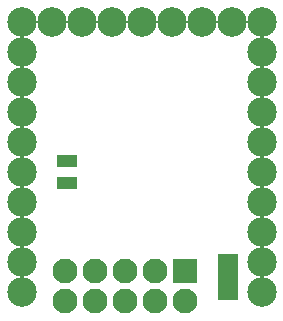
<source format=gbr>
G04 #@! TF.FileFunction,Soldermask,Bot*
%FSLAX46Y46*%
G04 Gerber Fmt 4.6, Leading zero omitted, Abs format (unit mm)*
G04 Created by KiCad (PCBNEW 4.0.6) date 08/29/18 06:25:22*
%MOMM*%
%LPD*%
G01*
G04 APERTURE LIST*
%ADD10C,0.100000*%
%ADD11C,2.500000*%
%ADD12R,2.100000X2.100000*%
%ADD13C,2.100000*%
%ADD14R,1.700000X1.100000*%
%ADD15R,1.670000X1.370000*%
G04 APERTURE END LIST*
D10*
D11*
X161569400Y-67843400D03*
X161569400Y-70383400D03*
X161569400Y-72923400D03*
X161569400Y-75463400D03*
X161569400Y-78003400D03*
X161569400Y-80543400D03*
X161569400Y-83083400D03*
X161569400Y-85623400D03*
X161569400Y-88163400D03*
X161569400Y-65303400D03*
X159029400Y-65303400D03*
X156489400Y-65303400D03*
X153949400Y-65303400D03*
X151409400Y-65303400D03*
X148869400Y-65303400D03*
X146329400Y-65303400D03*
X143789400Y-65303400D03*
X141249400Y-65303400D03*
X141249400Y-67843400D03*
X141249400Y-70383400D03*
X141249400Y-72923400D03*
X141249400Y-75463400D03*
X141249400Y-78003400D03*
X141249400Y-80543400D03*
X141249400Y-83083400D03*
X141249400Y-85623400D03*
X141249400Y-88163400D03*
D12*
X155121000Y-86395000D03*
D13*
X155121000Y-88935000D03*
X152581000Y-86395000D03*
X152581000Y-88935000D03*
X150041000Y-86395000D03*
X150041000Y-88935000D03*
X147501000Y-86395000D03*
X147501000Y-88935000D03*
X144961000Y-86395000D03*
X144961000Y-88935000D03*
D14*
X145081000Y-77045000D03*
X145081000Y-78945000D03*
D15*
X158721000Y-88175000D03*
X158721000Y-86905000D03*
X158721000Y-85635000D03*
M02*

</source>
